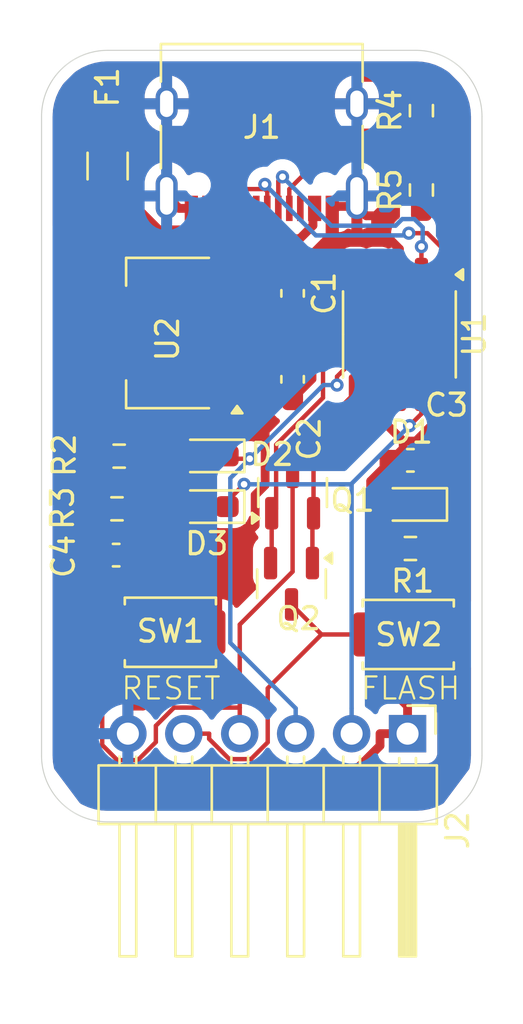
<source format=kicad_pcb>
(kicad_pcb (version 20241229) (generator "pcbnew") (generator_version "9.0")
  (layers (0 "F.Cu" signal) (2 "B.Cu" signal) (13 "F.Paste" user) (15 "B.Paste" user) (5 "F.SilkS" user "F.Silkscreen") (7 "B.SilkS" user "B.Silkscreen") (1 "F.Mask" user) (3 "B.Mask" user) (25 "Edge.Cuts" user))
  (net 0 "")
  (net 1 "/VBUS")
  (net 2 "GND")
  (net 3 "+3.3V")
  (net 4 "/EN")
  (net 5 "Net-(D1-A)")
  (net 6 "Net-(D2-A)")
  (net 7 "/TXD")
  (net 8 "/RXD")
  (net 9 "Net-(D3-A)")
  (net 10 "Net-(F1-Pad1)")
  (net 12 "Net-(U1-UD-)")
  (net 14 "Net-(U1-UD+)")
  (net 15 "Net-(J1-CC2)")
  (net 16 "Net-(J1-CC1)")
  (net 17 "/GPIO0")
  (net 18 "Net-(Q1-G)")
  (net 19 "Net-(Q1-S)")
  (footprint "Resistor_SMD:R_0603_1608Metric_Pad0.98x0.95mm_HandSolder" (layer "F.Cu") (at 113.525 58.41)
    (property "Reference" "R2" (at -2.495 -0.04 90) (layer "F.SilkS"))
    (property "Value" "1k")
    (fp_line (start -0.254724 -0.5225) (end 0.254724 -0.5225) (stroke (width 0.12)) (layer "F.SilkS"))
    (fp_line (start -0.254724 0.5225) (end 0.254724 0.5225) (stroke (width 0.12)) (layer "F.SilkS"))
    (pad "1" smd roundrect (at -0.9125 0) (size 0.975 0.95) (layers "F.Cu" "F.Mask" "F.Paste") (net 1 "/VBUS"))
    (pad "2" smd roundrect (at 0.9125 0) (size 0.975 0.95) (layers "F.Cu" "F.Mask" "F.Paste") (net 6 "Net-(D2-A)"))
  )
  (footprint "LED_SMD:LED_0603_1608Metric_Pad1.05x0.95mm_HandSolder" (layer "F.Cu") (at 117.55 60.7 180)
    (property "Reference" "D3" (at 0.05 -1.68 180) (layer "F.SilkS"))
    (property "Value" "LED_RXD")
    (fp_line (start 0.8 -0.735) (end -1.66 -0.735) (stroke (width 0.12)) (layer "F.SilkS"))
    (fp_line (start -1.66 0.735) (end 0.8 0.735) (stroke (width 0.12)) (layer "F.SilkS"))
    (fp_line (start -1.66 -0.735) (end -1.66 0.735) (stroke (width 0.12)) (layer "F.SilkS"))
    (pad "1" smd roundrect (at -0.875 0 180) (size 1.05 0.95) (layers "F.Cu" "F.Mask" "F.Paste") (net 8 "/RXD"))
    (pad "2" smd roundrect (at 0.875 0 180) (size 1.05 0.95) (layers "F.Cu" "F.Mask" "F.Paste") (net 9 "Net-(D3-A)"))
  )
  (footprint "Connector_PinHeader_2.54mm:PinHeader_1x06_P2.54mm_Horizontal" (layer "F.Cu") (at 126.62 71 -90)
    (property "Reference" "J2" (at 4.385 -2.27 90) (layer "F.SilkS"))
    (property "Value" "ESP32_DOWNLOAD_CON")
    (fp_line (start 1.44 14.03) (end 4.1 14.03) (stroke (width 0.12)) (layer "F.SilkS"))
    (fp_line (start 4.1 14.03) (end 4.1 -1.33) (stroke (width 0.12)) (layer "F.SilkS"))
    (fp_line (start 1.042929 13.08) (end 1.44 13.08) (stroke (width 0.12)) (layer "F.SilkS"))
    (fp_line (start 10.1 13.08) (end 4.1 13.08) (stroke (width 0.12)) (layer "F.SilkS"))
    (fp_line (start 1.042929 12.32) (end 1.44 12.32) (stroke (width 0.12)) (layer "F.SilkS"))
    (fp_line (start 4.1 12.32) (end 10.1 12.32) (stroke (width 0.12)) (layer "F.SilkS"))
    (fp_line (start 10.1 12.32) (end 10.1 13.08) (stroke (width 0.12)) (layer "F.SilkS"))
    (fp_line (start 1.44 11.43) (end 4.1 11.43) (stroke (width 0.12)) (layer "F.SilkS"))
    (fp_line (start 1.042929 10.54) (end 1.44 10.54) (stroke (width 0.12)) (layer "F.SilkS"))
    (fp_line (start 10.1 10.54) (end 4.1 10.54) (stroke (width 0.12)) (layer "F.SilkS"))
    (fp_line (start 1.042929 9.78) (end 1.44 9.78) (stroke (width 0.12)) (layer "F.SilkS"))
    (fp_line (start 4.1 9.78) (end 10.1 9.78) (stroke (width 0.12)) (layer "F.SilkS"))
    (fp_line (start 10.1 9.78) (end 10.1 10.54) (stroke (width 0.12)) (layer "F.SilkS"))
    (fp_line (start 1.44 8.89) (end 4.1 8.89) (stroke (width 0.12)) (layer "F.SilkS"))
    (fp_line (start 1.042929 8) (end 1.44 8) (stroke (width 0.12)) (layer "F.SilkS"))
    (fp_line (start 10.1 8) (end 4.1 8) (stroke (width 0.12)) (layer "F.SilkS"))
    (fp_line (start 1.042929 7.24) (end 1.44 7.24) (stroke (width 0.12)) (layer "F.SilkS"))
    (fp_line (start 4.1 7.24) (end 10.1 7.24) (stroke (width 0.12)) (layer "F.SilkS"))
    (fp_line (start 10.1 7.24) (end 10.1 8) (stroke (width 0.12)) (layer "F.SilkS"))
    (fp_line (start 1.44 6.35) (end 4.1 6.35) (stroke (width 0.12)) (layer "F.SilkS"))
    (fp_line (start 1.042929 5.46) (end 1.44 5.46) (stroke (width 0.12)) (layer "F.SilkS"))
    (fp_line (start 10.1 5.46) (end 4.1 5.46) (stroke (width 0.12)) (layer "F.SilkS"))
    (fp_line (start 1.042929 4.7) (end 1.44 4.7) (stroke (width 0.12)) (layer "F.SilkS"))
    (fp_line (start 4.1 4.7) (end 10.1 4.7) (stroke (width 0.12)) (layer "F.SilkS"))
    (fp_line (start 10.1 4.7) (end 10.1 5.46) (stroke (width 0.12)) (layer "F.SilkS"))
    (fp_line (start 1.44 3.81) (end 4.1 3.81) (stroke (width 0.12)) (layer "F.SilkS"))
    (fp_line (start 1.042929 2.92) (end 1.44 2.92) (stroke (width 0.12)) (layer "F.SilkS"))
    (fp_line (start 10.1 2.92) (end 4.1 2.92) (stroke (width 0.12)) (layer "F.SilkS"))
    (fp_line (start 1.042929 2.16) (end 1.44 2.16) (stroke (width 0.12)) (layer "F.SilkS"))
    (fp_line (start 4.1 2.16) (end 10.1 2.16) (stroke (width 0.12)) (layer "F.SilkS"))
    (fp_line (start 10.1 2.16) (end 10.1 2.92) (stroke (width 0.12)) (layer "F.SilkS"))
    (fp_line (start 1.44 1.27) (end 4.1 1.27) (stroke (width 0.12)) (layer "F.SilkS"))
    (fp_line (start 1.11 0.38) (end 1.44 0.38) (stroke (width 0.12)) (layer "F.SilkS"))
    (fp_line (start 10.1 0.38) (end 4.1 0.38) (stroke (width 0.12)) (layer "F.SilkS"))
    (fp_line (start 4.1 0.28) (end 10.1 0.28) (stroke (width 0.12)) (layer "F.SilkS"))
    (fp_line (start 4.1 0.16) (end 10.1 0.16) (stroke (width 0.12)) (layer "F.SilkS"))
    (fp_line (start 4.1 0.04) (end 10.1 0.04) (stroke (width 0.12)) (layer "F.SilkS"))
    (fp_line (start -1.27 0) (end -1.27 -1.27) (stroke (width 0.12)) (layer "F.SilkS"))
    (fp_line (start 4.1 -0.08) (end 10.1 -0.08) (stroke (width 0.12)) (layer "F.SilkS"))
    (fp_line (start 4.1 -0.2) (end 10.1 -0.2) (stroke (width 0.12)) (layer "F.SilkS"))
    (fp_line (start 4.1 -0.32) (end 10.1 -0.32) (stroke (width 0.12)) (layer "F.SilkS"))
    (fp_line (start 1.11 -0.38) (end 1.44 -0.38) (stroke (width 0.12)) (layer "F.SilkS"))
    (fp_line (start 4.1 -0.38) (end 10.1 -0.38) (stroke (width 0.12)) (layer "F.SilkS"))
    (fp_line (start 10.1 -0.38) (end 10.1 0.38) (stroke (width 0.12)) (layer "F.SilkS"))
    (fp_line (start -1.27 -1.27) (end 0 -1.27) (stroke (width 0.12)) (layer "F.SilkS"))
    (fp_line (start 1.44 -1.33) (end 1.44 14.03) (stroke (width 0.12)) (layer "F.SilkS"))
    (fp_line (start 4.1 -1.33) (end 1.44 -1.33) (stroke (width 0.12)) (layer "F.SilkS"))
    (pad "1" thru_hole rect (at 0 0 270) (size 1.7 1.7) (drill 1) (layers "*.Cu" "*.Mask") (net 3 "+3.3V"))
    (pad "2" thru_hole oval (at 0 2.54 270) (size 1.7 1.7) (drill 1) (layers "*.Cu" "*.Mask") (net 8 "/RXD"))
    (pad "3" thru_hole oval (at 0 5.08 270) (size 1.7 1.7) (drill 1) (layers "*.Cu" "*.Mask") (net 7 "/TXD"))
    (pad "4" thru_hole oval (at 0 7.62 270) (size 1.7 1.7) (drill 1) (layers "*.Cu" "*.Mask") (net 4 "/EN"))
    (pad "5" thru_hole oval (at 0 10.16 270) (size 1.7 1.7) (drill 1) (layers "*.Cu" "*.Mask") (net 17 "/GPIO0"))
    (pad "6" thru_hole oval (at 0 12.7 270) (size 1.7 1.7) (drill 1) (layers "*.Cu" "*.Mask") (net 2 "GND"))
  )
  (footprint "Resistor_SMD:R_0603_1608Metric_Pad0.98x0.95mm_HandSolder" (layer "F.Cu") (at 127.25 42.7375 90)
    (property "Reference" "R4" (at 0 -1.43 90) (layer "F.SilkS"))
    (property "Value" "5.1k")
    (fp_line (start -0.254724 -0.5225) (end 0.254724 -0.5225) (stroke (width 0.12)) (layer "F.SilkS"))
    (fp_line (start -0.254724 0.5225) (end 0.254724 0.5225) (stroke (width 0.12)) (layer "F.SilkS"))
    (pad "1" smd roundrect (at -0.9125 0 90) (size 0.975 0.95) (layers "F.Cu" "F.Mask" "F.Paste") (net 15 "Net-(J1-CC2)"))
    (pad "2" smd roundrect (at 0.9125 0 90) (size 0.975 0.95) (layers "F.Cu" "F.Mask" "F.Paste") (net 2 "GND"))
  )
  (footprint "Resistor_SMD:R_0603_1608Metric_Pad0.98x0.95mm_HandSolder" (layer "F.Cu") (at 127.25 46.3375 90)
    (property "Reference" "R5" (at 0 -1.43 90) (layer "F.SilkS"))
    (property "Value" "5.1k")
    (fp_line (start -0.254724 -0.5225) (end 0.254724 -0.5225) (stroke (width 0.12)) (layer "F.SilkS"))
    (fp_line (start -0.254724 0.5225) (end 0.254724 0.5225) (stroke (width 0.12)) (layer "F.SilkS"))
    (pad "1" smd roundrect (at -0.9125 0 90) (size 0.975 0.95) (layers "F.Cu" "F.Mask" "F.Paste") (net 16 "Net-(J1-CC1)"))
    (pad "2" smd roundrect (at 0.9125 0 90) (size 0.975 0.95) (layers "F.Cu" "F.Mask" "F.Paste") (net 2 "GND"))
  )
  (footprint "Package_TO_SOT_SMD:SOT-23" (layer "F.Cu") (at 121.35 64.2 -90)
    (property "Reference" "Q2" (at 1.58 -0.32 0) (layer "F.SilkS"))
    (property "Value" "BSS138")
    (fp_line (start 0 1.56) (end -0.65 1.56) (stroke (width 0.12)) (layer "F.SilkS"))
    (fp_line (start 0 1.56) (end 0.65 1.56) (stroke (width 0.12)) (layer "F.SilkS"))
    (fp_line (start 0 -1.56) (end -0.65 -1.56) (stroke (width 0.12)) (layer "F.SilkS"))
    (fp_line (start 0 -1.56) (end 0.65 -1.56) (stroke (width 0.12)) (layer "F.SilkS"))
    (fp_poly (pts (xy -1.1625 -1.51) (xy -1.4025 -1.84) (xy -0.9225 -1.84) (xy -1.1625 -1.51)) (stroke (width 0.12)) (fill yes) (layer "F.SilkS"))
    (pad "1" smd roundrect (at -0.9375 -0.95 270) (size 1.475 0.6) (layers "F.Cu" "F.Mask" "F.Paste") (net 19 "Net-(Q1-S)"))
    (pad "2" smd roundrect (at -0.9375 0.95 270) (size 1.475 0.6) (layers "F.Cu" "F.Mask" "F.Paste") (net 18 "Net-(Q1-G)"))
    (pad "3" smd roundrect (at 0.9375 0 270) (size 1.475 0.6) (layers "F.Cu" "F.Mask" "F.Paste") (net 17 "/GPIO0"))
  )
  (footprint "Resistor_SMD:R_0603_1608Metric_Pad0.98x0.95mm_HandSolder" (layer "F.Cu") (at 113.425 60.8)
    (property "Reference" "R3" (at -2.475 -0.03 90) (layer "F.SilkS"))
    (property "Value" "1k")
    (fp_line (start -0.254724 -0.5225) (end 0.254724 -0.5225) (stroke (width 0.12)) (layer "F.SilkS"))
    (fp_line (start -0.254724 0.5225) (end 0.254724 0.5225) (stroke (width 0.12)) (layer "F.SilkS"))
    (pad "1" smd roundrect (at -0.9125 0) (size 0.975 0.95) (layers "F.Cu" "F.Mask" "F.Paste") (net 1 "/VBUS"))
    (pad "2" smd roundrect (at 0.9125 0) (size 0.975 0.95) (layers "F.Cu" "F.Mask" "F.Paste") (net 9 "Net-(D3-A)"))
  )
  (footprint "Connector_USB:USB_C_Receptacle_XKB_U262-16XN-4BVC11" (layer "F.Cu") (at 120 43.5 180)
    (property "Reference" "J1" (at 0 0.01 0) (layer "F.SilkS"))
    (property "Value" "USB_C_Receptacle_USB2.0_16P")
    (fp_line (start 4.58 3.785) (end -4.58 3.785) (stroke (width 0.12)) (layer "F.SilkS"))
    (fp_line (start 4.58 2.08) (end 4.58 3.785) (stroke (width 0.12)) (layer "F.SilkS"))
    (fp_line (start 4.58 0.07) (end 4.58 -1.85) (stroke (width 0.12)) (layer "F.SilkS"))
    (fp_line (start -4.58 3.785) (end -4.58 2.08) (stroke (width 0.12)) (layer "F.SilkS"))
    (fp_line (start -4.58 -1.85) (end -4.58 0.07) (stroke (width 0.12)) (layer "F.SilkS"))
    (pad "" np_thru_hole circle (at -2.89 -2.605 180) (size 0.65 0.65) (drill 0.65) (layers "*.Cu" "*.Mask"))
    (pad "" np_thru_hole circle (at 2.89 -2.605 180) (size 0.65 0.65) (drill 0.65) (layers "*.Cu" "*.Mask"))
    (pad "A1" smd rect (at -3.35 -3.67 180) (size 0.3 1.15) (layers "F.Cu" "F.Mask" "F.Paste") (net 2 "GND"))
    (pad "A4" smd rect (at -2.55 -3.67 180) (size 0.3 1.15) (layers "F.Cu" "F.Mask" "F.Paste") (net 10 "Net-(F1-Pad1)"))
    (pad "A5" smd rect (at -1.25 -3.67 180) (size 0.3 1.15) (layers "F.Cu" "F.Mask" "F.Paste") (net 16 "Net-(J1-CC1)"))
    (pad "A6" smd rect (at -0.25 -3.67 180) (size 0.3 1.15) (layers "F.Cu" "F.Mask" "F.Paste") (net 14 "Net-(U1-UD+)"))
    (pad "A7" smd rect (at 0.25 -3.67 180) (size 0.3 1.15) (layers "F.Cu" "F.Mask" "F.Paste") (net 12 "Net-(U1-UD-)"))
    (pad "A8" smd rect (at 1.25 -3.67 180) (size 0.3 1.15) (layers "F.Cu" "F.Mask" "F.Paste"))
    (pad "A9" smd rect (at 2.55 -3.67 180) (size 0.3 1.15) (layers "F.Cu" "F.Mask" "F.Paste") (net 10 "Net-(F1-Pad1)"))
    (pad "A12" smd rect (at 3.35 -3.67 180) (size 0.3 1.15) (layers "F.Cu" "F.Mask" "F.Paste") (net 2 "GND"))
    (pad "B1" smd rect (at 3.05 -3.67 180) (size 0.3 1.15) (layers "F.Cu" "F.Mask" "F.Paste") (net 2 "GND"))
    (pad "B4" smd rect (at 2.25 -3.67 180) (size 0.3 1.15) (layers "F.Cu" "F.Mask" "F.Paste") (net 10 "Net-(F1-Pad1)"))
    (pad "B5" smd rect (at 1.75 -3.67 180) (size 0.3 1.15) (layers "F.Cu" "F.Mask" "F.Paste") (net 15 "Net-(J1-CC2)"))
    (pad "B6" smd rect (at 0.75 -3.67 180) (size 0.3 1.15) (layers "F.Cu" "F.Mask" "F.Paste") (net 14 "Net-(U1-UD+)"))
    (pad "B7" smd rect (at -0.75 -3.67 180) (size 0.3 1.15) (layers "F.Cu" "F.Mask" "F.Paste") (net 12 "Net-(U1-UD-)"))
    (pad "B8" smd rect (at -1.75 -3.67 180) (size 0.3 1.15) (layers "F.Cu" "F.Mask" "F.Paste"))
    (pad "B9" smd rect (at -2.25 -3.67 180) (size 0.3 1.15) (layers "F.Cu" "F.Mask" "F.Paste") (net 10 "Net-(F1-Pad1)"))
    (pad "B12" smd rect (at -3.05 -3.67 180) (size 0.3 1.15) (layers "F.Cu" "F.Mask" "F.Paste") (net 2 "GND"))
    (pad "S1" thru_hole oval (at -4.32 -3.105 180) (size 1 2.1) (drill oval 0.6 1.7) (property pad_prop_heatsink) (layers "*.Cu" "*.Mask") (net 2 "GND"))
    (pad "S1" thru_hole oval (at -4.32 1.075 180) (size 1 1.6) (drill oval 0.6 1.2) (property pad_prop_heatsink) (layers "*.Cu" "*.Mask") (net 2 "GND"))
    (pad "S1" thru_hole oval (at 4.32 -3.105 180) (size 1 2.1) (drill oval 0.6 1.7) (property pad_prop_heatsink) (layers "*.Cu" "*.Mask") (net 2 "GND"))
    (pad "S1" thru_hole oval (at 4.32 1.075 180) (size 1 1.6) (drill oval 0.6 1.2) (property pad_prop_heatsink) (layers "*.Cu" "*.Mask") (net 2 "GND"))
  )
  (footprint "Capacitor_SMD:C_0603_1608Metric_Pad1.08x0.95mm_HandSolder" (layer "F.Cu") (at 121.4 51.025 -90)
    (property "Reference" "C1" (at 0 -1.43 90) (layer "F.SilkS"))
    (property "Value" "22u")
    (fp_line (start -0.146267 0.51) (end 0.146267 0.51) (stroke (width 0.12)) (layer "F.SilkS"))
    (fp_line (start -0.146267 -0.51) (end 0.146267 -0.51) (stroke (width 0.12)) (layer "F.SilkS"))
    (pad "1" smd roundrect (at -0.8625 0 270) (size 1.075 0.95) (layers "F.Cu" "F.Mask" "F.Paste") (net 1 "/VBUS"))
    (pad "2" smd roundrect (at 0.8625 0 270) (size 1.075 0.95) (layers "F.Cu" "F.Mask" "F.Paste") (net 2 "GND"))
  )
  (footprint "Capacitor_SMD:C_0603_1608Metric_Pad1.08x0.95mm_HandSolder" (layer "F.Cu") (at 126.75 58.6)
    (property "Reference" "C3" (at 1.64 -2.505 0) (layer "F.SilkS"))
    (property "Value" "1u")
    (fp_line (start -0.146267 -0.51) (end 0.146267 -0.51) (stroke (width 0.12)) (layer "F.SilkS"))
    (fp_line (start -0.146267 0.51) (end 0.146267 0.51) (stroke (width 0.12)) (layer "F.SilkS"))
    (pad "1" smd roundrect (at -0.8625 0) (size 1.075 0.95) (layers "F.Cu" "F.Mask" "F.Paste") (net 3 "+3.3V"))
    (pad "2" smd roundrect (at 0.8625 0) (size 1.075 0.95) (layers "F.Cu" "F.Mask" "F.Paste") (net 2 "GND"))
  )
  (footprint "Package_SO:SSOP-10-1EP_3.9x4.9mm_P1mm_EP2.1x3.3mm" (layer "F.Cu") (at 126.25 52.8875 -90)
    (property "Reference" "U1" (at 0 -3.4 90) (layer "F.SilkS"))
    (property "Value" "CH340K")
    (fp_line (start 0 2.56) (end -1.95 2.56) (stroke (width 0.12)) (layer "F.SilkS"))
    (fp_line (start 0 2.56) (end 1.95 2.56) (stroke (width 0.12)) (layer "F.SilkS"))
    (fp_line (start 0 -2.56) (end -1.95 -2.56) (stroke (width 0.12)) (layer "F.SilkS"))
    (fp_line (start 0 -2.56) (end 1.95 -2.56) (stroke (width 0.12)) (layer "F.SilkS"))
    (fp_poly (pts (xy -2.7125 -2.56) (xy -2.9525 -2.89) (xy -2.4725 -2.89) (xy -2.7125 -2.56)) (stroke (width 0.12)) (fill yes) (layer "F.SilkS"))
    (pad "1" smd roundrect (at -2.6375 -2 270) (size 1.675 0.6) (layers "F.Cu" "F.Mask" "F.Paste") (net 14 "Net-(U1-UD+)"))
    (pad "2" smd roundrect (at -2.6375 -1 270) (size 1.675 0.6) (layers "F.Cu" "F.Mask" "F.Paste") (net 12 "Net-(U1-UD-)"))
    (pad "3" smd roundrect (at -2.6375 0 270) (size 1.675 0.6) (layers "F.Cu" "F.Mask" "F.Paste") (net 2 "GND"))
    (pad "4" smd roundrect (at -2.6375 1 270) (size 1.675 0.6) (layers "F.Cu" "F.Mask" "F.Paste") (net 18 "Net-(Q1-G)"))
    (pad "5" smd roundrect (at -2.6375 2 270) (size 1.675 0.6) (layers "F.Cu" "F.Mask" "F.Paste"))
    (pad "6" smd roundrect (at 2.6375 2 270) (size 1.675 0.6) (layers "F.Cu" "F.Mask" "F.Paste") (net 19 "Net-(Q1-S)"))
    (pad "7" smd roundrect (at 2.6375 1 270) (size 1.675 0.6) (layers "F.Cu" "F.Mask" "F.Paste") (net 3 "+3.3V"))
    (pad "8" smd roundrect (at 2.6375 0 270) (size 1.675 0.6) (layers "F.Cu" "F.Mask" "F.Paste") (net 7 "/TXD"))
    (pad "9" smd roundrect (at 2.6375 -1 270) (size 1.675 0.6) (layers "F.Cu" "F.Mask" "F.Paste") (net 8 "/RXD"))
    (pad "10" smd roundrect (at 2.6375 -2 270) (size 1.675 0.6) (layers "F.Cu" "F.Mask" "F.Paste") (net 3 "+3.3V"))
    (pad "11" smd rect (at 0 0 270) (size 2.1 3.3) (property pad_prop_heatsink) (layers "F.Cu" "F.Mask") (net 2 "GND"))
  )
  (footprint "Button_Switch_SMD:SW_Push_SPST_NO_Alps_SKRK" (layer "F.Cu") (at 115.85 66.4)
    (property "Reference" "SW1" (at 0 -0.05 180) (layer "F.SilkS"))
    (property "Value" "RESET")
    (fp_line (start -2.07 -1.57) (end 2.07 -1.57) (stroke (width 0.12)) (layer "F.SilkS"))
    (fp_line (start -2.07 -1.27) (end -2.07 -1.57) (stroke (width 0.12)) (layer "F.SilkS"))
    (fp_line (start -2.07 1.57) (end -2.07 1.27) (stroke (width 0.12)) (layer "F.SilkS"))
    (fp_line (start 2.07 -1.57) (end 2.07 -1.27) (stroke (width 0.12)) (layer "F.SilkS"))
    (fp_line (start 2.07 1.27) (end 2.07 1.57) (stroke (width 0.12)) (layer "F.SilkS"))
    (fp_line (start 2.07 1.57) (end -2.07 1.57) (stroke (width 0.12)) (layer "F.SilkS"))
    (pad "1" smd roundrect (at -2.1 0) (size 0.8 2) (layers "F.Cu" "F.Mask" "F.Paste") (net 4 "/EN"))
    (pad "2" smd roundrect (at 2.1 0) (size 0.8 2) (layers "F.Cu" "F.Mask" "F.Paste") (net 2 "GND"))
  )
  (footprint "Button_Switch_SMD:SW_Push_SPST_NO_Alps_SKRK" (layer "F.Cu") (at 126.65 66.5)
    (property "Reference" "SW2" (at 0.03 0.01 180) (layer "F.SilkS"))
    (property "Value" "FLASH")
    (fp_line (start -2.07 -1.57) (end 2.07 -1.57) (stroke (width 0.12)) (layer "F.SilkS"))
    (fp_line (start -2.07 -1.27) (end -2.07 -1.57) (stroke (width 0.12)) (layer "F.SilkS"))
    (fp_line (start -2.07 1.57) (end -2.07 1.27) (stroke (width 0.12)) (layer "F.SilkS"))
    (fp_line (start 2.07 -1.57) (end 2.07 -1.27) (stroke (width 0.12)) (layer "F.SilkS"))
    (fp_line (start 2.07 1.27) (end 2.07 1.57) (stroke (width 0.12)) (layer "F.SilkS"))
    (fp_line (start 2.07 1.57) (end -2.07 1.57) (stroke (width 0.12)) (layer "F.SilkS"))
    (pad "1" smd roundrect (at -2.1 0) (size 0.8 2) (layers "F.Cu" "F.Mask" "F.Paste") (net 17 "/GPIO0"))
    (pad "2" smd roundrect (at 2.1 0) (size 0.8 2) (layers "F.Cu" "F.Mask" "F.Paste") (net 2 "GND"))
  )
  (footprint "LED_SMD:LED_0603_1608Metric_Pad1.05x0.95mm_HandSolder" (layer "F.Cu") (at 117.55 58.4 180)
    (property "Reference" "D2" (at -2.91 0.07 0) (layer "F.SilkS"))
    (property "Value" "LED_TXT")
    (fp_line (start 0.8 -0.735) (end -1.66 -0.735) (stroke (width 0.12)) (layer "F.SilkS"))
    (fp_line (start -1.66 0.735) (end 0.8 0.735) (stroke (width 0.12)) (layer "F.SilkS"))
    (fp_line (start -1.66 -0.735) (end -1.66 0.735) (stroke (width 0.12)) (layer "F.SilkS"))
    (pad "1" smd roundrect (at -0.875 0 180) (size 1.05 0.95) (layers "F.Cu" "F.Mask" "F.Paste") (net 7 "/TXD"))
    (pad "2" smd roundrect (at 0.875 0 180) (size 1.05 0.95) (layers "F.Cu" "F.Mask" "F.Paste") (net 6 "Net-(D2-A)"))
  )
  (footprint "Package_TO_SOT_SMD:SOT-23" (layer "F.Cu") (at 121.4 60.0625 90)
    (property "Reference" "Q1" (at -0.3475 2.72 180) (layer "F.SilkS"))
    (property "Value" "BSS138")
    (fp_line (start 0 -1.56) (end 0.65 -1.56) (stroke (width 0.12)) (layer "F.SilkS"))
    (fp_line (start 0 -1.56) (end -0.65 -1.56) (stroke (width 0.12)) (layer "F.SilkS"))
    (fp_line (start 0 1.56) (end 0.65 1.56) (stroke (width 0.12)) (layer "F.SilkS"))
    (fp_line (start 0 1.56) (end -0.65 1.56) (stroke (width 0.12)) (layer "F.SilkS"))
    (fp_poly (pts (xy -1.1625 -1.51) (xy -1.4025 -1.84) (xy -0.9225 -1.84) (xy -1.1625 -1.51)) (stroke (width 0.12)) (fill yes) (layer "F.SilkS"))
    (pad "1" smd roundrect (at -0.9375 -0.95 90) (size 1.475 0.6) (layers "F.Cu" "F.Mask" "F.Paste") (net 18 "Net-(Q1-G)"))
    (pad "2" smd roundrect (at -0.9375 0.95 90) (size 1.475 0.6) (layers "F.Cu" "F.Mask" "F.Paste") (net 19 "Net-(Q1-S)"))
    (pad "3" smd roundrect (at 0.9375 0 90) (size 1.475 0.6) (layers "F.Cu" "F.Mask" "F.Paste") (net 4 "/EN"))
  )
  (footprint "Fuse:Fuse_1206_3216Metric_Pad1.42x1.75mm_HandSolder" (layer "F.Cu") (at 113 45.25 -90)
    (property "Reference" "F1" (at -3.57 0.01 90) (layer "F.SilkS"))
    (property "Value" "Polyfuse")
    (fp_line (start -0.602064 0.91) (end 0.602064 0.91) (stroke (width 0.12)) (layer "F.SilkS"))
    (fp_line (start -0.602064 -0.91) (end 0.602064 -0.91) (stroke (width 0.12)) (layer "F.SilkS"))
    (pad "1" smd roundrect (at -1.4875 0 270) (size 1.425 1.75) (layers "F.Cu" "F.Mask" "F.Paste") (roundrect_rratio 0.175439) (net 10 "Net-(F1-Pad1)"))
    (pad "2" smd roundrect (at 1.4875 0 270) (size 1.425 1.75) (layers "F.Cu" "F.Mask" "F.Paste") (roundrect_rratio 0.175439) (net 1 "/VBUS"))
  )
  (footprint "LED_SMD:LED_0603_1608Metric_Pad1.05x0.95mm_HandSolder" (layer "F.Cu") (at 126.75 60.6 180)
    (property "Reference" "D1" (at -0.04 3.28 0) (layer "F.SilkS"))
    (property "Value" "LED_POWER")
    (fp_line (start 0.8 -0.735) (end -1.66 -0.735) (stroke (width 0.12)) (layer "F.SilkS"))
    (fp_line (start -1.66 0.735) (end 0.8 0.735) (stroke (width 0.12)) (layer "F.SilkS"))
    (fp_line (start -1.66 -0.735) (end -1.66 0.735) (stroke (width 0.12)) (layer "F.SilkS"))
    (pad "1" smd roundrect (at -0.875 0 180) (size 1.05 0.95) (layers "F.Cu" "F.Mask" "F.Paste") (net 2 "GND"))
    (pad "2" smd roundrect (at 0.875 0 180) (size 1.05 0.95) (layers "F.Cu" "F.Mask" "F.Paste") (net 5 "Net-(D1-A)"))
  )
  (footprint "Resistor_SMD:R_0603_1608Metric_Pad0.98x0.95mm_HandSolder" (layer "F.Cu") (at 126.75 62.6)
    (property "Reference" "R1" (at 0.1 1.48 0) (layer "F.SilkS"))
    (property "Value" "1k")
    (fp_line (start -0.254724 -0.5225) (end 0.254724 -0.5225) (stroke (width 0.12)) (layer "F.SilkS"))
    (fp_line (start -0.254724 0.5225) (end 0.254724 0.5225) (stroke (width 0.12)) (layer "F.SilkS"))
    (pad "1" smd roundrect (at -0.9125 0) (size 0.975 0.95) (layers "F.Cu" "F.Mask" "F.Paste") (net 3 "+3.3V"))
    (pad "2" smd roundrect (at 0.9125 0) (size 0.975 0.95) (layers "F.Cu" "F.Mask" "F.Paste") (net 5 "Net-(D1-A)"))
  )
  (footprint "Package_TO_SOT_SMD:SOT-223-3_TabPin2" (layer "F.Cu") (at 115.75 52.825 180)
    (property "Reference" "U2" (at 0.03 -0.275 90) (layer "F.SilkS"))
    (property "Value" "AMS1117-3.3")
    (fp_line (start 1.91 3.41) (end 1.91 2.15) (stroke (width 0.12)) (layer "F.SilkS"))
    (fp_line (start 1.91 -3.41) (end 1.91 -2.15) (stroke (width 0.12)) (layer "F.SilkS"))
    (fp_line (start -1.85 3.41) (end 1.91 3.41) (stroke (width 0.12)) (layer "F.SilkS"))
    (fp_line (start -1.85 -3.41) (end 1.91 -3.41) (stroke (width 0.12)) (layer "F.SilkS"))
    (fp_poly (pts (xy -3.13 -3.31) (xy -3.37 -3.64) (xy -2.89 -3.64) (xy -3.13 -3.31)) (stroke (width 0.12)) (fill yes) (layer "F.SilkS"))
    (pad "1" smd roundrect (at -3.15 -2.3 180) (size 2 1.5) (layers "F.Cu" "F.Mask" "F.Paste") (net 2 "GND"))
    (pad "2" smd roundrect (at -3.15 0 180) (size 2 1.5) (layers "F.Cu" "F.Mask" "F.Paste") (net 3 "+3.3V"))
    (pad "2" smd roundrect (at 3.15 0 180) (size 2 3.8) (layers "F.Cu" "F.Mask" "F.Paste") (net 3 "+3.3V"))
    (pad "3" smd roundrect (at -3.15 2.3 180) (size 2 1.5) (layers "F.Cu" "F.Mask" "F.Paste") (net 1 "/VBUS"))
  )
  (footprint "Capacitor_SMD:C_0603_1608Metric_Pad1.08x0.95mm_HandSolder" (layer "F.Cu") (at 113.3875 62.9)
    (property "Reference" "C4" (at -2.3975 0.06 90) (layer "F.SilkS"))
    (property "Value" "0.1u")
    (fp_line (start -0.146267 -0.51) (end 0.146267 -0.51) (stroke (width 0.12)) (layer "F.SilkS"))
    (fp_line (start -0.146267 0.51) (end 0.146267 0.51) (stroke (width 0.12)) (layer "F.SilkS"))
    (pad "1" smd roundrect (at -0.8625 0) (size 1.075 0.95) (layers "F.Cu" "F.Mask" "F.Paste") (net 4 "/EN"))
    (pad "2" smd roundrect (at 0.8625 0) (size 1.075 0.95) (layers "F.Cu" "F.Mask" "F.Paste") (net 2 "GND"))
  )
  (footprint "Capacitor_SMD:C_0603_1608Metric_Pad1.08x0.95mm_HandSolder" (layer "F.Cu") (at 121.4 54.925 -90)
    (property "Reference" "C2" (at 2.705 -0.75 90) (layer "F.SilkS"))
    (property "Value" "22u")
    (fp_line (start -0.146267 0.51) (end 0.146267 0.51) (stroke (width 0.12)) (layer "F.SilkS"))
    (fp_line (start -0.146267 -0.51) (end 0.146267 -0.51) (stroke (width 0.12)) (layer "F.SilkS"))
    (pad "1" smd roundrect (at -0.8625 0 270) (size 1.075 0.95) (layers "F.Cu" "F.Mask" "F.Paste") (net 3 "+3.3V"))
    (pad "2" smd roundrect (at 0.8625 0 270) (size 1.075 0.95) (layers "F.Cu" "F.Mask" "F.Paste") (net 2 "GND"))
  )
  (gr_arc (start 110 43) (mid 110.883378 40.873992) (end 113.013274 40.000029) (stroke (width 0.05)) (layer "Edge.Cuts"))
  (gr_line (start 113.013274 40.000029) (end 127 40) (stroke (width 0.05)) (layer "Edge.Cuts"))
  (gr_arc (start 113.009967 74.999983) (mid 110.882207 74.124841) (end 110 72) (stroke (width 0.05)) (layer "Edge.Cuts"))
  (gr_line (start 110.000001 72) (end 110 43) (stroke (width 0.05)) (layer "Edge.Cuts"))
  (gr_arc (start 130 72) (mid 129.12132 74.12132) (end 127 75) (stroke (width 0.05)) (layer "Edge.Cuts"))
  (gr_arc (start 127 40) (mid 129.12132 40.87868) (end 130 43) (stroke (width 0.05)) (layer "Edge.Cuts"))
  (gr_line (start 130 43) (end 130 72) (stroke (width 0.05)) (layer "Edge.Cuts"))
  (gr_line (start 127 75) (end 113.009967 74.999982) (stroke (width 0.05)) (layer "Edge.Cuts"))
  (gr_text "RESET" (at 113.55 69.53 0) (layer "F.SilkS") (effects (font (size 1 1) (thickness 0.1)) (justify left bottom)))
  (gr_text "FLASH" (at 124.43 69.53 0) (layer "F.SilkS") (effects (font (size 1 1) (thickness 0.1)) (justify left bottom)))
  (segment (start 118.9 50.525) (end 116.7875 50.525) (width 0.4) (layer "F.Cu") (net 1))
  (segment (start 112.6125 60.7) (end 112.6125 58.41) (width 0.4) (layer "F.Cu") (net 1))
  (segment (start 112.5125 60.8) (end 112.6125 60.7) (width 0.4) (layer "F.Cu") (net 1))
  (segment (start 111.1601 48.5774) (end 111.1601 56.9576) (width 0.4) (layer "F.Cu") (net 1))
  (segment (start 116.7875 50.525) (end 113 46.7375) (width 0.4) (layer "F.Cu") (net 1))
  (segment (start 118.9 50.525) (end 121.0375 50.525) (width 0.4) (layer "F.Cu") (net 1))
  (segment (start 113 46.7375) (end 111.1601 48.5774) (width 0.4) (layer "F.Cu") (net 1))
  (segment (start 121.0375 50.525) (end 121.4 50.1625) (width 0.4) (layer "F.Cu") (net 1))
  (segment (start 111.1601 56.9576) (end 112.6125 58.41) (width 0.4) (layer "F.Cu") (net 1))
  (segment (start 117.95 63.2967) (end 119.6992 61.5475) (width 0.4) (layer "F.Cu") (net 2))
  (segment (start 114.6467 63.2967) (end 114.25 62.9) (width 0.4) (layer "F.Cu") (net 2))
  (segment (start 123.1002 50.1873) (end 123.1002 47.2202) (width 0.4) (layer "F.Cu") (net 2))
  (segment (start 117.95 63.2967) (end 117.95 66.4) (width 0.4) (layer "F.Cu") (net 2))
  (segment (start 116.245 47.17) (end 116.65 47.17) (width 0.4) (layer "F.Cu") (net 2))
  (segment (start 120.1519 59.7221) (end 120.1519 56.3769) (width 0.4) (layer "F.Cu") (net 2))
  (segment (start 123.35 47.17) (end 123.1504 47.17) (width 0.4) (layer "F.Cu") (net 2))
  (segment (start 128.9719 53.5593) (end 128.9719 57.2406) (width 0.4) (layer "F.Cu") (net 2))
  (segment (start 122.2811 52.7686) (end 121.4 51.8875) (width 0.4) (layer "F.Cu") (net 2))
  (segment (start 128.3001 52.8875) (end 128.9719 53.5593) (width 0.4) (layer "F.Cu") (net 2))
  (segment (start 122.2811 54.9064) (end 122.2811 52.7686) (width 0.4) (layer "F.Cu") (net 2))
  (segment (start 124.32 47.0802) (end 123.4398 47.0802) (width 0.4) (layer "F.Cu") (net 2))
  (segment (start 128.9719 57.2406) (end 127.6125 58.6) (width 0.4) (layer "F.Cu") (net 2))
  (segment (start 126.25 52.8875) (end 128.3001 52.8875) (width 0.4) (layer "F.Cu") (net 2))
  (segment (start 120.1519 56.3769) (end 118.9 55.125) (width 0.4) (layer "F.Cu") (net 2))
  (segment (start 127.625 58.6125) (end 127.625 60.6) (width 0.4) (layer "F.Cu") (net 2))
  (segment (start 116.8997 47.17) (end 116.95 47.17) (width 0.2998) (layer "F.Cu") (net 2))
  (segment (start 123.1002 47.2202) (end 123.05 47.17) (width 0.2998) (layer "F.Cu") (net 2))
  (segment (start 124.32 42.425) (end 124.32 41.2249) (width 0.4) (layer "F.Cu") (net 2))
  (segment (start 116.65 47.17) (end 116.8997 47.17) (width 0.4) (layer "F.Cu") (net 2))
  (segment (start 126.6499 41.2249) (end 124.32 41.2249) (width 0.4) (layer "F.Cu") (net 2))
  (segment (start 123.1504 47.17) (end 123.1002 47.2202) (width 0.4) (layer "F.Cu") (net 2))
  (segment (start 124.32 46.605) (end 124.32 47.055) (width 0.4) (layer "F.Cu") (net 2))
  (segment (start 125.168 47.507) (end 125.168 47.9282) (width 0.4) (layer "F.Cu") (net 2))
  (segment (start 119.6992 61.5475) (end 119.6992 60.1748) (width 0.4) (layer "F.Cu") (net 2))
  (segment (start 121.4 55.7875) (end 120.7413 55.7875) (width 0.4) (layer "F.Cu") (net 2))
  (segment (start 113.92 71) (end 113.92 69.7499) (width 0.4) (layer "F.Cu") (net 2))
  (segment (start 127.625 60.6) (end 128.75 61.725) (width 0.4) (layer "F.Cu") (net 2))
  (segment (start 115.68 46.605) (end 116.245 47.17) (width 0.4) (layer "F.Cu") (net 2))
  (segment (start 124.32 47.055) (end 124.32 47.0802) (width 0.4) (layer "F.Cu") (net 2))
  (segment (start 128.75 61.725) (end 128.75 66.5) (width 0.4) (layer "F.Cu") (net 2))
  (segment (start 126.25 52.8875) (end 126.25 50.25) (width 0.4) (layer "F.Cu") (net 2))
  (segment (start 124.7468 47.507) (end 124.32 47.0802) (width 0.4) (layer "F.Cu") (net 2))
  (segment (start 121.4 51.8875) (end 123.1002 50.1873) (width 0.4) (layer "F.Cu") (net 2))
  (segment (start 125.168 47.9282) (end 126.25 49.0102) (width 0.4) (layer "F.Cu") (net 2))
  (segment (start 126.25 49.0102) (end 126.25 50.25) (width 0.4) (layer "F.Cu") (net 2))
  (segment (start 127.6125 58.6) (end 127.625 58.6125) (width 0.4) (layer "F.Cu") (net 2))
  (segment (start 125.168 47.507) (end 124.7468 47.507) (width 0.4) (layer "F.Cu") (net 2))
  (segment (start 114.6001 69.7499) (end 113.92 69.7499) (width 0.4) (layer "F.Cu") (net 2))
  (segment (start 127.25 45.425) (end 125.168 47.507) (width 0.4) (layer "F.Cu") (net 2))
  (segment (start 127.25 41.825) (end 126.6499 41.2249) (width 0.4) (layer "F.Cu") (net 2))
  (segment (start 117.95 66.4) (end 114.6001 69.7499) (width 0.4) (layer "F.Cu") (net 2))
  (segment (start 119.6992 60.1748) (end 120.1519 59.7221) (width 0.4) (layer "F.Cu") (net 2))
  (segment (start 121.4 55.7875) (end 122.2811 54.9064) (width 0.4) (layer "F.Cu") (net 2))
  (segment (start 120.7413 55.7875) (end 120.1519 56.3769) (width 0.4) (layer "F.Cu") (net 2))
  (segment (start 123.4398 47.0802) (end 123.35 47.17) (width 0.4) (layer "F.Cu") (net 2))
  (segment (start 117.95 63.2967) (end 114.6467 63.2967) (width 0.4) (layer "F.Cu") (net 2))
  (segment (start 124.32 42.425) (end 124.32 43.6251) (width 0.4) (layer "B.Cu") (net 2))
  (segment (start 115.68 42.425) (end 115.68 43.6251) (width 0.4) (layer "B.Cu") (net 2))
  (segment (start 115.68 43.6251) (end 115.68 46.605) (width 0.4) (layer "B.Cu") (net 2))
  (segment (start 115.68 43.6251) (end 124.32 43.6251) (width 0.4) (layer "B.Cu") (net 2))
  (segment (start 124.32 43.6251) (end 124.32 46.605) (width 0.4) (layer "B.Cu") (net 2))
  (segment (start 113.5489 52.825) (end 113.5489 59.1861) (width 0.4) (layer "F.Cu") (net 3))
  (segment (start 112.6 52.825) (end 113.5489 52.825) (width 0.4) (layer "F.Cu") (net 3))
  (segment (start 124.9461 59.5414) (end 124.9461 61.7086) (width 0.4) (layer "F.Cu") (net 3))
  (segment (start 125.8875 58.6) (end 126.4215 58.066) (width 0.4) (layer "F.Cu") (net 3))
  (segment (start 113.5489 52.825) (end 118.9 52.825) (width 0.4) (layer "F.Cu") (net 3))
  (segment (start 111.5386 71.0054) (end 113.2331 72.6999) (width 0.4) (layer "F.Cu") (net 3))
  (segment (start 126.4215 58.066) (end 126.4215 57.7268) (width 0.4) (layer "F.Cu") (net 3))
  (segment (start 125.3699 71.5469) (end 125.3699 71) (width 0.4) (layer "F.Cu") (net 3))
  (segment (start 125.8875 58.6) (end 124.9461 59.5414) (width 0.4) (layer "F.Cu") (net 3))
  (segment (start 111.5386 62.4065) (end 111.5386 71.0054) (width 0.4) (layer "F.Cu") (net 3))
  (segment (start 113.425 59.31) (end 113.425 61.2885) (width 0.4) (layer "F.Cu") (net 3))
  (segment (start 113.5489 59.1861) (end 113.425 59.31) (width 0.4) (layer "F.Cu") (net 3))
  (segment (start 112.8823 61.8312) (end 112.1139 61.8312) (width 0.4) (layer "F.Cu") (net 3))
  (segment (start 120.1625 52.825) (end 121.4 54.0625) (width 0.4) (layer "F.Cu") (net 3))
  (segment (start 113.425 61.2885) (end 112.8823 61.8312) (width 0.4) (layer "F.Cu") (net 3))
  (segment (start 113.2331 72.6999) (end 124.2169 72.6999) (width 0.4) (layer "F.Cu") (net 3))
  (segment (start 126.4215 57.7268) (end 127.0014 57.7268) (width 0.4) (layer "F.Cu") (net 3))
  (segment (start 128.25 56.4782) (end 128.25 55.525) (width 0.4) (layer "F.Cu") (net 3))
  (segment (start 125.8375 68.9674) (end 125.8375 62.6) (width 0.4) (layer "F.Cu") (net 3))
  (segment (start 127.0014 57.7268) (end 128.25 56.4782) (width 0.4) (layer "F.Cu") (net 3))
  (segment (start 112.1139 61.8312) (end 111.5386 62.4065) (width 0.4) (layer "F.Cu") (net 3))
  (segment (start 124.9461 61.7086) (end 125.8375 62.6) (width 0.4) (layer "F.Cu") (net 3))
  (segment (start 125.25 56.5553) (end 126.4215 57.7268) (width 0.4) (layer "F.Cu") (net 3))
  (segment (start 118.9 52.825) (end 120.1625 52.825) (width 0.4) (layer "F.Cu") (net 3))
  (segment (start 124.2169 72.6999) (end 125.3699 71.5469) (width 0.4) (layer "F.Cu") (net 3))
  (segment (start 125.25 55.525) (end 125.25 56.5553) (width 0.4) (layer "F.Cu") (net 3))
  (segment (start 126.62 71) (end 126.62 69.7499) (width 0.4) (layer "F.Cu") (net 3))
  (segment (start 126.62 69.7499) (end 125.8375 68.9674) (width 0.4) (layer "F.Cu") (net 3))
  (segment (start 126.62 71) (end 125.3699 71) (width 0.4) (layer "F.Cu") (net 3))
  (segment (start 121.4 59.125) (end 121.4 63.65) (width 0.2) (layer "F.Cu") (net 4))
  (segment (start 115.19 70.643) (end 116.0155 69.8175) (width 0.2) (layer "F.Cu") (net 4))
  (segment (start 112.525 65.175) (end 113.75 66.4) (width 0.2) (layer "F.Cu") (net 4))
  (segment (start 112.7548 71.5142) (end 113.4403 72.1997) (width 0.2) (layer "F.Cu") (net 4))
  (segment (start 114.3735 72.1997) (end 115.19 71.3832) (width 0.2) (layer "F.Cu") (net 4))
  (segment (start 116.0155 69.8175) (end 119 69.8175) (width 0.2) (layer "F.Cu") (net 4))
  (segment (start 112.525 62.9) (end 112.525 65.175) (width 0.2) (layer "F.Cu") (net 4))
  (segment (start 112.7548 67.3952) (end 112.7548 71.5142) (width 0.2) (layer "F.Cu") (net 4))
  (segment (start 119 69.8175) (end 119 71) (width 0.2) (layer "F.Cu") (net 4))
  (segment (start 113.4403 72.1997) (end 114.3735 72.1997) (width 0.2) (layer "F.Cu") (net 4))
  (segment (start 113.75 66.4) (end 112.7548 67.3952) (width 0.2) (layer "F.Cu") (net 4))
  (segment (start 119 66.05) (end 119 69.8175) (width 0.2) (layer "F.Cu") (net 4))
  (segment (start 115.19 71.3832) (end 115.19 70.643) (width 0.2) (layer "F.Cu") (net 4))
  (segment (start 121.4 63.65) (end 119 66.05) (width 0.2) (layer "F.Cu") (net 4))
  (segment (start 125.875 60.6) (end 127.6625 62.3875) (width 0.2) (layer "F.Cu") (net 5))
  (segment (start 127.6625 62.3875) (end 127.6625 62.6) (width 0.2) (layer "F.Cu") (net 5))
  (segment (start 114.4475 58.4) (end 114.4375 58.41) (width 0.2) (layer "F.Cu") (net 6))
  (segment (start 116.675 58.4) (end 114.4475 58.4) (width 0.2) (layer "F.Cu") (net 6))
  (segment (start 118.5539 58.5289) (end 118.425 58.4) (width 0.2) (layer "F.Cu") (net 7))
  (segment (start 125.6279 54.364) (end 123.8516 54.364) (width 0.2) (layer "F.Cu") (net 7))
  (segment (start 123.8516 54.364) (end 123.4154 54.8002) (width 0.2) (layer "F.Cu") (net 7))
  (segment (start 119.4518 58.5289) (end 118.5539 58.5289) (width 0.2) (layer "F.Cu") (net 7))
  (segment (start 123.4154 54.8002) (end 123.4154 55.1846) (width 0.2) (layer "F.Cu") (net 7))
  (segment (start 126.25 54.9861) (end 125.6279 54.364) (width 0.2) (layer "F.Cu") (net 7))
  (segment (start 126.25 55.525) (end 126.25 54.9861) (width 0.2) (layer "F.Cu") (net 7))
  (via (at 119.4518 58.5289) (size 0.6) (drill 0.3) (layers "F.Cu" "B.Cu") (net 7))
  (via (at 123.4154 55.1846) (size 0.6) (drill 0.3) (layers "F.Cu" "B.Cu") (net 7))
  (segment (start 118.5715 66.8814) (end 121.54 69.8499) (width 0.2) (layer "B.Cu") (net 7))
  (segment (start 121.54 71) (end 121.54 69.8499) (width 0.2) (layer "B.Cu") (net 7))
  (segment (start 118.5715 59.4092) (end 118.5715 66.8814) (width 0.2) (layer "B.Cu") (net 7))
  (segment (start 123.4154 55.1846) (end 122.7961 55.1846) (width 0.2) (layer "B.Cu") (net 7))
  (segment (start 119.4518 58.5289) (end 118.5715 59.4092) (width 0.2) (layer "B.Cu") (net 7))
  (segment (start 122.7961 55.1846) (end 119.4518 58.5289) (width 0.2) (layer "B.Cu") (net 7))
  (segment (start 119.1963 59.6876) (end 118.425 60.4589) (width 0.2) (layer "F.Cu") (net 8))
  (segment (start 127.25 55.525) (end 127.25 56.4881) (width 0.2) (layer "F.Cu") (net 8))
  (segment (start 127.25 56.4881) (end 126.7114 57.0267) (width 0.2) (layer "F.Cu") (net 8))
  (segment (start 118.425 60.4589) (end 118.425 60.7) (width 0.2) (layer "F.Cu") (net 8))
  (via (at 119.1963 59.6876) (size 0.6) (drill 0.3) (layers "F.Cu" "B.Cu") (net 8))
  (via (at 126.7114 57.0267) (size 0.6) (drill 0.3) (layers "F.Cu" "B.Cu") (net 8))
  (segment (start 124.08 59.6876) (end 119.1963 59.6876) (width 0.2) (layer "B.Cu") (net 8))
  (segment (start 126.7114 57.0267) (end 124.08 59.6581) (width 0.2) (layer "B.Cu") (net 8))
  (segment (start 124.08 69.8499) (end 124.08 59.6876) (width 0.2) (layer "B.Cu") (net 8))
  (segment (start 124.08 71) (end 124.08 69.8499) (width 0.2) (layer "B.Cu") (net 8))
  (segment (start 124.08 59.6581) (end 124.08 59.6876) (width 0.2) (layer "B.Cu") (net 8))
  (segment (start 116.675 60.7) (end 114.4375 60.7) (width 0.2) (layer "F.Cu") (net 9))
  (segment (start 114.4375 60.7) (end 114.3375 60.8) (width 0.2) (layer "F.Cu") (net 9))
  (segment (start 122.325 47.9457) (end 121.7254 48.5453) (width 0.4) (layer "F.Cu") (net 10))
  (segment (start 114.3158 45.0783) (end 114.3158 47.1341) (width 0.4) (layer "F.Cu") (net 10))
  (segment (start 115.3269 48.1452) (end 117.269 48.1452) (width 0.4) (layer "F.Cu") (net 10))
  (segment (start 114.3158 47.1341) (end 115.3269 48.1452) (width 0.4) (layer "F.Cu") (net 10))
  (segment (start 122.55 47.17) (end 122.325 47.17) (width 0.2998) (layer "F.Cu") (net 10))
  (segment (start 117.6998 47.17) (end 117.75 47.17) (width 0.2998) (layer "F.Cu") (net 10))
  (segment (start 121.7254 48.5453) (end 118.1315 48.5453) (width 0.4) (layer "F.Cu") (net 10))
  (segment (start 117.5002 47.914) (end 117.5002 47.2202) (width 0.4) (layer "F.Cu") (net 10))
  (segment (start 117.5002 47.2202) (end 117.45 47.17) (width 0.2998) (layer "F.Cu") (net 10))
  (segment (start 117.5504 47.17) (end 117.5002 47.2202) (width 0.4) (layer "F.Cu") (net 10))
  (segment (start 118.1315 48.5453) (end 117.5002 47.914) (width 0.4) (layer "F.Cu") (net 10))
  (segment (start 122.325 47.17) (end 122.25 47.17) (width 0.2998) (layer "F.Cu") (net 10))
  (segment (start 117.269 48.1452) (end 117.5002 47.914) (width 0.4) (layer "F.Cu") (net 10))
  (segment (start 122.325 47.17) (end 122.325 47.9457) (width 0.4) (layer "F.Cu") (net 10))
  (segment (start 117.6998 47.17) (end 117.5504 47.17) (width 0.4) (layer "F.Cu") (net 10))
  (segment (start 113 43.7625) (end 114.3158 45.0783) (width 0.4) (layer "F.Cu") (net 10))
  (segment (start 127.25 50.25) (end 127.25 48.9037) (width 0.2) (layer "F.Cu") (net 12))
  (segment (start 119.75 47.17) (end 119.75 48.0451) (width 0.2) (layer "F.Cu") (net 12))
  (segment (start 120.75 45.9305) (end 120.9419 45.7386) (width 0.2) (layer "F.Cu") (net 12))
  (segment (start 120.75 47.17) (end 120.75 48.0451) (width 0.2) (layer "F.Cu") (net 12))
  (segment (start 120.75 48.0451) (end 119.75 48.0451) (width 0.2) (layer "F.Cu") (net 12))
  (segment (start 120.75 47.17) (end 120.75 45.9305) (width 0.2) (layer "F.Cu") (net 12))
  (via (at 127.25 48.9037) (size 0.6) (drill 0.3) (layers "F.Cu" "B.Cu") (net 12))
  (via (at 120.9419 45.7386) (size 0.6) (drill 0.3) (layers "F.Cu" "B.Cu") (net 12))
  (segment (start 126.0769 47.9552) (end 126.3772 47.6549) (width 0.2) (layer "B.Cu") (net 12))
  (segment (start 120.9419 45.7386) (end 123.1585 47.9552) (width 0.2) (layer "B.Cu") (net 12))
  (segment (start 123.1585 47.9552) (end 126.0769 47.9552) (width 0.2) (layer "B.Cu") (net 12))
  (segment (start 126.3772 47.6549) (end 126.9306 47.6549) (width 0.2) (layer "B.Cu") (net 12))
  (segment (start 127.3071 48.8466) (end 127.25 48.9037) (width 0.2) (layer "B.Cu") (net 12))
  (segment (start 127.3071 48.0314) (end 127.3071 48.8466) (width 0.2) (layer "B.Cu") (net 12))
  (segment (start 126.9306 47.6549) (end 127.3071 48.0314) (width 0.2) (layer "B.Cu") (net 12))
  (segment (start 120.1414 46.2949) (end 119.25 46.2949) (width 0.2) (layer "F.Cu") (net 14))
  (segment (start 127.52 48.296) (end 126.6771 48.296) (width 0.2) (layer "F.Cu") (net 14))
  (segment (start 128.25 49.026) (end 127.52 48.296) (width 0.2) (layer "F.Cu") (net 14))
  (segment (start 128.25 50.25) (end 128.25 49.026) (width 0.2) (layer "F.Cu") (net 14))
  (segment (start 120.25 46.4035) (end 120.1414 46.2949) (width 0.2) (layer "F.Cu") (net 14))
  (segment (start 120.1414 46.0819) (end 120.1414 46.2949) (width 0.2) (layer "F.Cu") (net 14))
  (segment (start 120.25 47.17) (end 120.25 46.4035) (width 0.2) (layer "F.Cu") (net 14))
  (segment (start 119.25 47.17) (end 119.25 46.2949) (width 0.2) (layer "F.Cu") (net 14))
  (via (at 126.6771 48.296) (size 0.6) (drill 0.3) (layers "F.Cu" "B.Cu") (net 14))
  (via (at 120.1414 46.0819) (size 0.6) (drill 0.3) (layers "F.Cu" "B.Cu") (net 14))
  (segment (start 126.577 48.3961) (end 122.4556 48.3961) (width 0.2) (layer "B.Cu") (net 14))
  (segment (start 126.6771 48.296) (end 126.577 48.3961) (width 0.2) (layer "B.Cu") (net 14))
  (segment (start 122.4556 48.3961) (end 120.1414 46.0819) (width 0.2) (layer "B.Cu") (net 14))
  (segment (start 118.25 46.2949) (end 120.8949 43.65) (width 0.2) (layer "F.Cu") (net 15))
  (segment (start 120.8949 43.65) (end 127.25 43.65) (width 0.2) (layer "F.Cu") (net 15))
  (segment (start 118.25 47.17) (end 118.25 46.2949) (width 0.2) (layer "F.Cu") (net 15))
  (segment (start 122.9202 44.6247) (end 127.7073 44.6247) (width 0.2) (layer "F.Cu") (net 16))
  (segment (start 128.0482 46.4518) (end 127.25 47.25) (width 0.2) (layer "F.Cu") (net 16))
  (segment (start 127.7073 44.6247) (end 128.0482 44.9656) (width 0.2) (layer "F.Cu") (net 16))
  (segment (start 121.25 46.2949) (end 122.9202 44.6247) (width 0.2) (layer "F.Cu") (net 16))
  (segment (start 128.0482 44.9656) (end 128.0482 46.4518) (width 0.2) (layer "F.Cu") (net 16))
  (segment (start 121.25 47.17) (end 121.25 46.2949) (width 0.2) (layer "F.Cu") (net 16))
  (segment (start 116.46 71) (end 117.6101 71) (width 0.2) (layer "F.Cu") (net 17))
  (segment (start 117.6101 71.2383) (end 118.5266 72.1548) (width 0.2) (layer "F.Cu") (net 17))
  (segment (start 120.27 68.9425) (end 122.7125 66.5) (width 0.2) (layer "F.Cu") (net 17))
  (segment (start 118.5266 72.1548) (end 119.5078 72.1548) (width 0.2) (layer "F.Cu") (net 17))
  (segment (start 124.55 66.5) (end 122.7125 66.5) (width 0.2) (layer "F.Cu") (net 17))
  (segment (start 119.5078 72.1548) (end 120.27 71.3926) (width 0.2) (layer "F.Cu") (net 17))
  (segment (start 117.6101 71) (end 117.6101 71.2383) (width 0.2) (layer "F.Cu") (net 17))
  (segment (start 120.27 71.3926) (end 120.27 68.9425) (width 0.2) (layer "F.Cu") (net 17))
  (segment (start 122.7125 66.5) (end 121.35 65.1375) (width 0.2) (layer "F.Cu") (net 17))
  (segment (start 120.45 61) (end 120.45 63.2125) (width 0.2) (layer "F.Cu") (net 18))
  (segment (start 120.652 57.8909) (end 120.652 60.798) (width 0.2) (layer "F.Cu") (net 18))
  (segment (start 122.7813 55.7616) (end 120.652 57.8909) (width 0.2) (layer "F.Cu") (net 18))
  (segment (start 120.45 63.2125) (end 120.4 63.2625) (width 0.2) (layer "F.Cu") (net 18))
  (segment (start 125.25 50.25) (end 125.25 50.7251) (width 0.2) (layer "F.Cu") (net 18))
  (segment (start 122.7813 53.1938) (end 122.7813 55.7616) (width 0.2) (layer "F.Cu") (net 18))
  (segment (start 120.652 60.798) (end 120.45 61) (width 0.2) (layer "F.Cu") (net 18))
  (segment (start 125.25 50.7251) (end 122.7813 53.1938) (width 0.2) (layer "F.Cu") (net 18))
  (segment (start 122.35 61) (end 122.3 61.05) (width 0.2) (layer "F.Cu") (net 19))
  (segment (start 122.3 61.05) (end 122.3 63.2625) (width 0.2) (layer "F.Cu") (net 19))
  (segment (start 122.35 57.425) (end 122.35 61) (width 0.2) (layer "F.Cu") (net 19))
  (segment (start 124.25 55.525) (end 122.35 57.425) (width 0.2) (layer "F.Cu") (net 19))
  (zone (net 2) (net_name "GND") (layers "F.Cu" "B.Cu") (connect_pads (clearance 0.5)) (min_thickness 0.25) (fill yes (thermal_gap 0.5) (thermal_bridge_width 0.5))
    (polygon (pts (xy 129.5 42) (xy 129.5 72.5) (xy 128 74.5) (xy 112 74.5) (xy 110.5 72.5) (xy 110.5 42) (xy 112 40.5) (xy 128 40.5)))
  )
)
</source>
